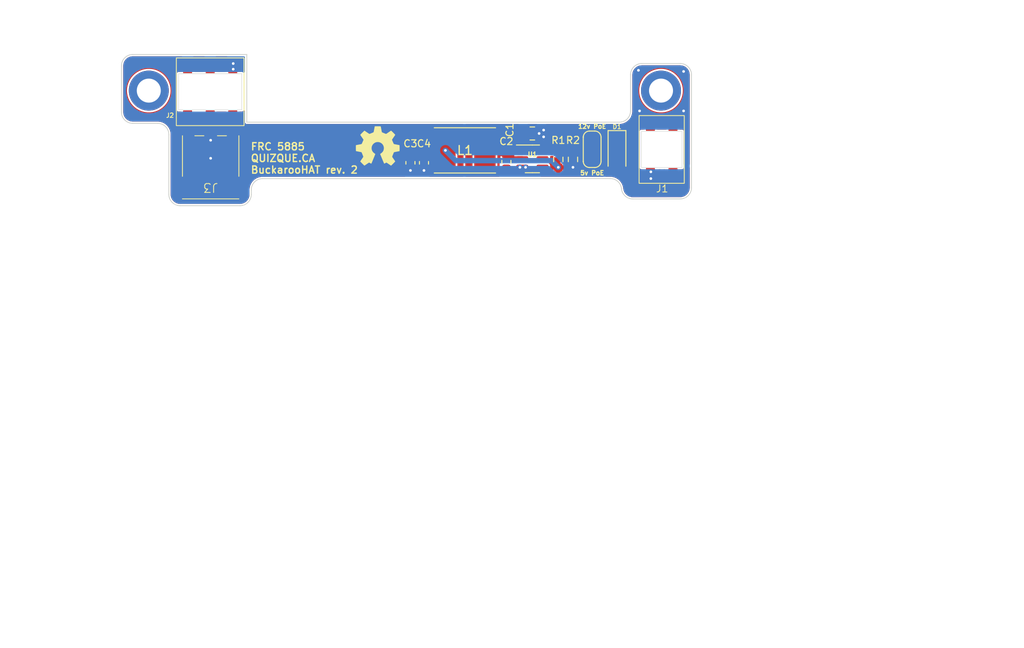
<source format=kicad_pcb>
(kicad_pcb (version 20221018) (generator pcbnew)
  (layers (0 "F.Cu" signal "Front") (31 "B.Cu" signal "Back") (34 "B.Paste" user) (35 "F.Paste" user) (36 "B.SilkS" user "B.Silkscreen") (37 "F.SilkS" user "F.Silkscreen") (38 "B.Mask" user) (39 "F.Mask" user) (44 "Edge.Cuts" user))
  (net 0 "")
  (net 1 "/+12v")
  (net 2 "GND")
  (net 3 "/sw_out")
  (net 4 "Net-(U1-BST)")
  (net 5 "+5V")
  (net 6 "VCC")
  (net 9 "+3.3V")
  (net 12 "/fb_in")
  (net 14 "/vsplit")
  (footprint "Capacitor_SMD:C_0603_1608Metric_Pad1.08x0.95mm_HandSolder" (layer "F.Cu") (at 132.588 82.423 -90)
    (fp_text reference "C4" (at -2.159 0 180) (layer "F.SilkS") (effects (font (size 0.8 0.8) (thickness 0.125))))
    (fp_text value "22u")
    (fp_line (start -0.146267 -0.51) (end 0.146267 -0.51) (stroke (width 0.12)) (layer "F.SilkS"))
    (fp_line (start -0.146267 0.51) (end 0.146267 0.51) (stroke (width 0.12)) (layer "F.SilkS"))
    (pad "1" smd roundrect (at -0.8625 0 270) (size 1.075 0.95) (layers "F.Cu" "F.Paste" "F.Mask") (net 5 "+5V"))
    (pad "2" smd roundrect (at 0.8625 0 270) (size 1.075 0.95) (layers "F.Cu" "F.Paste" "F.Mask") (net 2 "GND"))
  )
  (footprint "Capacitor_SMD:C_0805_2012Metric_Pad1.18x1.45mm_HandSolder" (layer "F.Cu") (at 144.78 79.121)
    (fp_text reference "C1" (at -2.54 -0.381 90) (layer "F.SilkS") (effects (font (size 0.8 0.8) (thickness 0.125))))
    (fp_text value "10u")
    (fp_line (start -0.261252 -0.735) (end 0.261252 -0.735) (stroke (width 0.12)) (layer "F.SilkS"))
    (fp_line (start -0.261252 0.735) (end 0.261252 0.735) (stroke (width 0.12)) (layer "F.SilkS"))
    (pad "1" smd roundrect (at -1.0375 0) (size 1.175 1.45) (layers "F.Cu" "F.Paste" "F.Mask") (roundrect_rratio 0.2127659574) (net 1 "/+12v"))
    (pad "2" smd roundrect (at 1.0375 0) (size 1.175 1.45) (layers "F.Cu" "F.Paste" "F.Mask") (roundrect_rratio 0.2127659574) (net 2 "GND"))
  )
  (footprint "MountingHole:MountingHole_2.7mm_M2.5_ISO7380_Pad_TopBottom" (layer "F.Cu") (at 159.258 74.295)
    (fp_text reference "H1" hide)
    (fp_text value "MountingHole")
    (pad "1" thru_hole circle (at 0 0) (size 3.1 3.1) (drill 2.7) (layers "*.Cu" "*.Mask"))
    (pad "1" connect circle (at 0 0) (size 4.5 4.5) (layers "F.Cu" "F.Mask"))
    (pad "1" connect circle (at 0 0) (size 4.5 4.5) (layers "B.Cu" "B.Mask"))
  )
  (footprint "Resistor_SMD:R_0603_1608Metric_Pad0.98x0.95mm_HandSolder" (layer "F.Cu") (at 147.701 82.042 90)
    (fp_text reference "R1" (at 2.159 0) (layer "F.SilkS") (effects (font (size 0.8 0.8) (thickness 0.125))))
    (fp_text value "52k3")
    (fp_line (start -0.254724 -0.5225) (end 0.254724 -0.5225) (stroke (width 0.12)) (layer "F.SilkS"))
    (fp_line (start -0.254724 0.5225) (end 0.254724 0.5225) (stroke (width 0.12)) (layer "F.SilkS"))
    (pad "1" smd roundrect (at -0.9125 0 90) (size 0.975 0.95) (layers "F.Cu" "F.Paste" "F.Mask") (net 5 "+5V"))
    (pad "2" smd roundrect (at 0.9125 0 90) (size 0.975 0.95) (layers "F.Cu" "F.Paste" "F.Mask") (net 12 "/fb_in"))
  )
  (footprint "BuckarooHAT:RS2BE-06-G-SMT" (layer "F.Cu") (at 108.5342 74.4268)
    (fp_text reference "J2" (at -4.5212 2.6622 unlocked) (layer "F.SilkS") (effects (font (size 0.5 0.5) (thickness 0.1))))
    (fp_text value "Raspberry Pi Power In")
    (fp_rect (start -3.81 -3.81) (end 3.81 3.81) (stroke (width 0.1)) (fill none) (layer "F.SilkS"))
    (fp_rect (start 3.556 -2.032) (end -3.556 2.032) (stroke (width 0.05)) (fill none) (layer "Edge.Cuts"))
    (pad "1" smd rect (at -2.54 2.875) (size 1 1.55) (layers "F.Cu" "F.Paste" "F.Mask") (net 9 "+3.3V"))
    (pad "2" smd rect (at -2.54 -2.875) (size 1 1.55) (layers "F.Cu" "F.Paste" "F.Mask") (net 5 "+5V"))
    (pad "3" smd rect (at 0 2.875) (size 1 1.55) (layers "F.Cu" "F.Paste" "F.Mask"))
    (pad "4" smd rect (at 0 -2.875) (size 1 1.55) (layers "F.Cu" "F.Paste" "F.Mask") (net 5 "+5V"))
    (pad "5" smd rect (at 2.54 2.875) (size 1 1.55) (layers "F.Cu" "F.Paste" "F.Mask"))
    (pad "6" smd rect (at 2.54 -2.875) (size 1 1.55) (layers "F.Cu" "F.Paste" "F.Mask") (net 2 "GND"))
  )
  (footprint "Package_TO_SOT_SMD:SOT-23-6" (layer "F.Cu") (at 144.7855 81.981)
    (fp_text reference "U1" (at 0 -0.508) (layer "F.SilkS") (effects (font (size 0.5 0.5) (thickness 0.125))))
    (fp_text value "AP62301WU")
    (fp_line (start 0 -1.56) (end -1.8 -1.56) (stroke (width 0.12)) (layer "F.SilkS"))
    (fp_line (start 0 -1.56) (end 0.8 -1.56) (stroke (width 0.12)) (layer "F.SilkS"))
    (fp_line (start 0 1.56) (end -0.8 1.56) (stroke (width 0.12)) (layer "F.SilkS"))
    (fp_line (start 0 1.56) (end 0.8 1.56) (stroke (width 0.12)) (layer "F.SilkS"))
    (pad "1" smd roundrect (at -1.1375 -0.95) (size 1.325 0.6) (layers "F.Cu" "F.Paste" "F.Mask") (net 1 "/+12v"))
    (pad "2" smd roundrect (at -1.1375 0) (size 1.325 0.6) (layers "F.Cu" "F.Paste" "F.Mask") (net 3 "/sw_out"))
    (pad "3" smd roundrect (at -1.1375 0.95) (size 1.325 0.6) (layers "F.Cu" "F.Paste" "F.Mask") (net 2 "GND"))
    (pad "4" smd roundrect (at 1.1375 0.95) (size 1.325 0.6) (layers "F.Cu" "F.Paste" "F.Mask") (net 4 "Net-(U1-BST)"))
    (pad "5" smd roundrect (at 1.1375 0) (size 1.325 0.6) (layers "F.Cu" "F.Paste" "F.Mask"))
    (pad "6" smd roundrect (at 1.1375 -0.95) (size 1.325 0.6) (layers "F.Cu" "F.Paste" "F.Mask") (net 12 "/fb_in"))
  )
  (footprint "Capacitor_SMD:C_0603_1608Metric_Pad1.08x0.95mm_HandSolder" (layer "F.Cu") (at 131.064 82.423 -90)
    (fp_text reference "C3" (at -2.159 0) (layer "F.SilkS") (effects (font (size 0.8 0.8) (thickness 0.125))))
    (fp_text value "22u")
    (fp_line (start -0.146267 -0.51) (end 0.146267 -0.51) (stroke (width 0.12)) (layer "F.SilkS"))
    (fp_line (start -0.146267 0.51) (end 0.146267 0.51) (stroke (width 0.12)) (layer "F.SilkS"))
    (pad "1" smd roundrect (at -0.8625 0 270) (size 1.075 0.95) (layers "F.Cu" "F.Paste" "F.Mask") (net 5 "+5V"))
    (pad "2" smd roundrect (at 0.8625 0 270) (size 1.075 0.95) (layers "F.Cu" "F.Paste" "F.Mask") (net 2 "GND"))
  )
  (footprint "Inductor_SMD:L_Taiyo-Yuden_NR-50xx_HandSoldering" (layer "F.Cu") (at 137.196 81.026 180)
    (fp_text reference "L1" (at 0 0) (layer "F.SilkS"))
    (fp_text value "3u3")
    (fp_line (start -3.45 -2.55) (end 3.45 -2.55) (stroke (width 0.12)) (layer "F.SilkS"))
    (fp_line (start -3.45 2.55) (end 3.45 2.55) (stroke (width 0.12)) (layer "F.SilkS"))
    (pad "1" smd rect (at -2.25 0 180) (size 2.4 4.2) (layers "F.Cu" "F.Paste" "F.Mask") (net 3 "/sw_out"))
    (pad "2" smd rect (at 2.25 0 180) (size 2.4 4.2) (layers "F.Cu" "F.Paste" "F.Mask") (net 5 "+5V"))
  )
  (footprint "Resistor_SMD:R_0603_1608Metric_Pad0.98x0.95mm_HandSolder" (layer "F.Cu") (at 149.352 82.042 -90)
    (fp_text reference "R2" (at -2.159 0) (layer "F.SilkS") (effects (font (size 0.8 0.8) (thickness 0.125))))
    (fp_text value "10k")
    (fp_line (start -0.254724 -0.5225) (end 0.254724 -0.5225) (stroke (width 0.12)) (layer "F.SilkS"))
    (fp_line (start -0.254724 0.5225) (end 0.254724 0.5225) (stroke (width 0.12)) (layer "F.SilkS"))
    (pad "1" smd roundrect (at -0.9125 0 270) (size 0.975 0.95) (layers "F.Cu" "F.Paste" "F.Mask") (net 12 "/fb_in"))
    (pad "2" smd roundrect (at 0.9125 0 270) (size 0.975 0.95) (layers "F.Cu" "F.Paste" "F.Mask") (net 2 "GND"))
  )
  (footprint "BuckarooHAT:GEC03SBSN-M89" (layer "F.Cu") (at 108.585 82.931 90)
    (fp_text reference "J3" (at -2.286 0 180 unlocked) (layer "F.SilkS") (effects (font (thickness 0.1))))
    (fp_text value "GEC03SBSN-M89")
    (fp_line (start -3.554 -3.175) (end -3.554 3.175) (stroke (width 0.1)) (layer "F.SilkS"))
    (fp_line (start 3.556 -3.175) (end -1.014 -3.175) (stroke (width 0.1)) (layer "F.SilkS"))
    (fp_line (start 3.556 -0.762) (end 3.556 -1.778) (stroke (width 0.1)) (layer "F.SilkS"))
    (fp_line (start 3.556 0.762) (end 3.556 1.778) (stroke (width 0.1)) (layer "F.SilkS"))
    (fp_line (start 3.556 3.175) (end -1.014 3.175) (stroke (width 0.1)) (layer "F.SilkS"))
    (pad "1" smd rect (at 2.032 -2.54 90) (size 3.6 1.2) (layers "F.Cu" "F.Paste" "F.Mask") (net 5 "+5V"))
    (pad "2" smd rect (at 2.032 0 90) (size 3.6 1.2) (layers "F.Cu" "F.Paste" "F.Mask") (net 2 "GND"))
    (pad "3" smd rect (at 2.032 2.54 90) (size 3.6 1.2) (layers "F.Cu" "F.Paste" "F.Mask") (net 9 "+3.3V"))
  )
  (footprint "LOGO" (layer "F.Cu") (at 127.381 80.518)
    (fp_text reference "G***" hide)
    (fp_text value "LOGO" hide)
    (fp_poly (pts (xy 0.090275 -2.208213) (xy 0.162164 -2.207827) (xy 0.219881 -2.207135) (xy 0.264671 -2.2061) (xy 0.297781 -2.204684) (xy 0.320456 -2.202846) (xy 0.333944 -2.200549) (xy 0.339375 -2.197917) (xy 0.342639 -2.187646) (xy 0.348494 -2.162808) (xy 0.356566 -2.125238) (xy 0.366482 -2.076769) (xy 0.377868 -2.019235) (xy 0.39035 -1.95447) (xy 0.403557 -1.884308) (xy 0.406709 -1.867318) (xy 0.420258 -1.795308) (xy 0.433244 -1.728574) (xy 0.445286 -1.668912) (xy 0.456002 -1.618122) (xy 0.465013 -1.577999) (xy 0.471936 -1.550344) (xy 0.47639 -1.536953) (xy 0.476932 -1.536163) (xy 0.48831 -1.529375) (xy 0.512794 -1.517674) (xy 0.547907 -1.502063) (xy 0.591171 -1.483542) (xy 0.640111 -1.463111) (xy 0.692249 -1.441772) (xy 0.745107 -1.420523) (xy 0.796209 -1.400367) (xy 0.843078 -1.382303) (xy 0.883237 -1.367333) (xy 0.914209 -1.356456) (xy 0.933517 -1.350674) (xy 0.937792 -1.35) (xy 0.952661 -1.355003) (xy 0.980216 -1.369784) (xy 1.0199 -1.394004) (xy 1.071154 -1.427322) (xy 1.131665 -1.468196) (xy 1.211804 -1.523087) (xy 1.279335 -1.569282) (xy 1.335385 -1.607524) (xy 1.381081 -1.638559) (xy 1.41755 -1.663129) (xy 1.44592 -1.681979) (xy 1.467316 -1.695853) (xy 1.482867 -1.705495) (xy 1.493699 -1.711649) (xy 1.50094 -1.715059) (xy 1.505716 -1.71647) (xy 1.508032 -1.716667) (xy 1.517036 -1.710914) (xy 1.536004 -1.694703) (xy 1.563366 -1.669609) (xy 1.597552 -1.637205) (xy 1.636992 -1.599065) (xy 1.680116 -1.556764) (xy 1.725355 -1.511875) (xy 1.771138 -1.465972) (xy 1.815896 -1.420629) (xy 1.858059 -1.37742) (xy 1.896056 -1.337919) (xy 1.928319 -1.303699) (xy 1.953277 -1.276335) (xy 1.96936 -1.2574) (xy 1.975 -1.2485) (xy 1.970429 -1.237789) (xy 1.957644 -1.215661) (xy 1.938036 -1.184319) (xy 1.912997 -1.145965) (xy 1.883918 -1.102802) (xy 1.872414 -1.086056) (xy 1.806776 -0.990788) (xy 1.7507 -0.908932) (xy 1.704079 -0.840326) (xy 1.666804 -0.784809) (xy 1.638768 -0.742219) (xy 1.619862 -0.712394) (xy 1.609978 -0.695173) (xy 1.608333 -0.69079) (xy 1.611489 -0.681267) (xy 1.620418 -0.658395) (xy 1.634313 -0.624139) (xy 1.652367 -0.580462) (xy 1.673771 -0.529329) (xy 1.697718 -0.472704) (xy 1.70625 -0.452659) (xy 1.736411 -0.382866) (xy 1.762916 -0.323488) (xy 1.785252 -0.275605) (xy 1.802904 -0.240297) (xy 1.815357 -0.218643) (xy 1.820833 -0.212103) (xy 1.832624 -0.208159) (xy 1.858885 -0.20169) (xy 1.897678 -0.193101) (xy 1.947065 -0.182796) (xy 2.005107 -0.171178) (xy 2.069867 -0.158652) (xy 2.139407 -0.145621) (xy 2.141666 -0.145205) (xy 2.211 -0.132268) (xy 2.27534 -0.119953) (xy 2.3328 -0.108643) (xy 2.381494 -0.098724) (xy 2.419534 -0.09058) (xy 2.445036 -0.084596) (xy 2.456112 -0.081156) (xy 2.45625 -0.081061) (xy 2.458946 -0.070887) (xy 2.461277 -0.046303) (xy 2.463242 -0.0095) (xy 2.464838 0.037331) (xy 2.466063 0.092001) (xy 2.466915 0.152317) (xy 2.467391 0.216089) (xy 2.46749 0.281126) (xy 2.46721 0.345238) (xy 2.466547 0.406233) (xy 2.4655 0.46192) (xy 2.464067 0.510109) (xy 2.462246 0.548609) (xy 2.460034 0.575229) (xy 2.45743 0.587778) (xy 2.456911 0.588378) (xy 2.446746 0.591228) (xy 2.422066 0.596707) (xy 2.38475 0.604439) (xy 2.336677 0.61405) (xy 2.279727 0.625164) (xy 2.215777 0.637405) (xy 2.146708 0.650398) (xy 2.142885 0.651111) (xy 2.073571 0.66426) (xy 2.009278 0.6769) (xy 1.951886 0.688629) (xy 1.903277 0.699043) (xy 1.865331 0.707738) (xy 1.839929 0.714311) (xy 1.828953 0.718358) (xy 1.828813 0.718491) (xy 1.823416 0.72863) (xy 1.812744 0.752326) (xy 1.797619 0.787625) (xy 1.778861 0.832571) (xy 1.757289 0.88521) (xy 1.733726 0.943585) (xy 1.721384 0.974486) (xy 1.693225 1.045682) (xy 1.670993 1.103007) (xy 1.654175 1.147961) (xy 1.642261 1.182045) (xy 1.634737 1.206761) (xy 1.631093 1.22361) (xy 1.630815 1.234092) (xy 1.63174 1.237331) (xy 1.638766 1.249289) (xy 1.653779 1.272571) (xy 1.675218 1.304835) (xy 1.701527 1.343743) (xy 1.731145 1.386953) (xy 1.738612 1.39776) (xy 1.773996 1.448911) (xy 1.811453 1.503088) (xy 1.848012 1.555991) (xy 1.880702 1.603322) (xy 1.904166 1.637323) (xy 1.928348 1.673525) (xy 1.948615 1.706044) (xy 1.963215 1.731896) (xy 1.97039 1.748097) (xy 1.970833 1.75066) (xy 1.965137 1.759733) (xy 1.949084 1.77887) (xy 1.924226 1.806492) (xy 1.892118 1.84102) (xy 1.854312 1.880875) (xy 1.81236 1.924478) (xy 1.767817 1.970249) (xy 1.722234 2.016609) (xy 1.677165 2.06198) (xy 1.634163 2.104782) (xy 1.59478 2.143435) (xy 1.56057 2.176362) (xy 1.533086 2.201983) (xy 1.513881 2.218718) (xy 1.504507 2.224989) (xy 1.50435 2.225) (xy 1.494717 2.220467) (xy 1.473904 2.207913) (xy 1.444361 2.188906) (xy 1.408538 2.165015) (xy 1.378777 2.144662) (xy 1.292513 2.085168) (xy 1.218959 2.034691) (xy 1.157207 1.992633) (xy 1.106351 1.958399) (xy 1.065484 1.931393) (xy 1.033699 1.91102) (xy 1.01009 1.896683) (xy 0.99375 1.887787) (xy 0.983773 1.883735) (xy 0.981145 1.883333) (xy 0.968324 1.887179) (xy 0.944043 1.89775) (xy 0.911364 1.913598) (xy 0.87335 1.933276) (xy 0.857756 1.941667) (xy 0.818582 1.962429) (xy 0.783645 1.979933) (xy 0.75598 1.992733) (xy 0.73862 1.999385) (xy 0.735282 2) (xy 0.731144 1.997417) (xy 0.725029 1.989039) (xy 0.716518 1.973921) (xy 0.705194 1.951116) (xy 0.690638 1.91968) (xy 0.672431 1.878668) (xy 0.650156 1.827133) (xy 0.623395 1.76413) (xy 0.591729 1.688715) (xy 0.554739 1.599941) (xy 0.512009 1.496863) (xy 0.502104 1.472917) (xy 0.465307 1.38391) (xy 0.430313 1.299226) (xy 0.397653 1.220156) (xy 0.36786 1.14799) (xy 0.341467 1.084019) (xy 0.319005 1.029532) (xy 0.301006 0.985821) (xy 0.288004 0.954175) (xy 0.280529 0.935885) (xy 0.278933 0.931894) (xy 0.277241 0.924988) (xy 0.278868 0.917914) (xy 0.285582 0.909016) (xy 0.299151 0.896638) (xy 0.321344 0.879124) (xy 0.353927 0.85482) (xy 0.3875 0.830224) (xy 0.470685 0.762934) (xy 0.538706 0.693097) (xy 0.593052 0.618783) (xy 0.635213 0.538062) (xy 0.656688 0.481553) (xy 0.683912 0.374468) (xy 0.694674 0.268062) (xy 0.689146 0.163313) (xy 0.667501 0.0612) (xy 0.629912 -0.037299) (xy 0.576551 -0.131206) (xy 0.53953 -0.181818) (xy 0.478032 -0.247224) (xy 0.40384 -0.306126) (xy 0.320362 -0.356316) (xy 0.231007 -0.395591) (xy 0.186931 -0.409947) (xy 0.129054 -0.422021) (xy 0.061149 -0.428843) (xy -0.01113 -0.430406) (xy -0.082129 -0.426705) (xy -0.146194 -0.417736) (xy -0.17743 -0.410267) (xy -0.27736 -0.373044) (xy -0.369577 -0.321893) (xy -0.452699 -0.258127) (xy -0.525349 -0.183061) (xy -0.586145 -0.098009) (xy -0.633708 -0.004284) (xy -0.65031 0.040025) (xy -0.662282 0.077717) (xy -0.670464 0.110048) (xy -0.675762 0.142549) (xy -0.679083 0.180752) (xy -0.681297 0.229167) (xy -0.682551 0.279731) (xy -0.681907 0.319074) (xy -0.678959 0.352575) (xy -0.673304 0.385612) (xy -0.667636 0.410844) (xy -0.636585 0.511091) (xy -0.593184 0.601988) (xy -0.536563 0.684736) (xy -0.465849 0.760535) (xy -0.38017 0.830588) (xy -0.34543 0.854675) (xy -0.314987 0.8757) (xy -0.29003 0.894382) (xy -0.273736 0.908257) (xy -0.269197 0.913761) (xy -0.271603 0.923213) (xy -0.280025 0.946972) (xy -0.294035 0.983976) (xy -0.313201 1.033162) (xy -0.337094 1.093469) (xy -0.365283 1.163835) (xy -0.397338 1.243197) (xy -0.43283 1.330492) (xy -0.471328 1.42466) (xy -0.512402 1.524638) (xy -0.555621 1.629363) (xy -0.600556 1.737773) (xy -0.646777 1.848807) (xy -0.681226 1.93125) (xy -0.697294 1.96709) (xy -0.709947 1.988963) (xy -0.72048 1.998887) (xy -0.72526 2) (xy -0.737748 1.996189) (xy -0.761777 1.985708) (xy -0.794323 1.969985) (xy -0.832357 1.950449) (xy -0.848839 1.941667) (xy -0.888255 1.920979) (xy -0.923427 1.903519) (xy -0.951327 1.890716) (xy -0.968929 1.883997) (xy -0.972465 1.883333) (xy -0.982663 1.887904) (xy -1.004914 1.900911) (xy -1.037572 1.921294) (xy -1.078995 1.947993) (xy -1.127536 1.97995) (xy -1.181552 2.016103) (xy -1.237602 2.054167) (xy -1.295055 2.093299) (xy -1.348309 2.129277) (xy -1.395773 2.161048) (xy -1.435854 2.187558) (xy -1.466961 2.207756) (xy -1.487503 2.220587) (xy -1.495856 2.225) (xy -1.503418 2.219293) (xy -1.521401 2.203018) (xy -1.548492 2.177442) (xy -1.58338 2.143832) (xy -1.62475 2.103455) (xy -1.671291 2.057579) (xy -1.721689 2.007471) (xy -1.735473 1.993695) (xy -1.786466 1.942461) (xy -1.833563 1.894726) (xy -1.875497 1.851805) (xy -1.911001 1.815014) (xy -1.938807 1.785668) (xy -1.957649 1.765082) (xy -1.96626 1.754572) (xy -1.966667 1.753645) (xy -1.962195 1.743715) (xy -1.950018 1.723138) (xy -1.931996 1.694921) (xy -1.909987 1.662065) (xy -1.909966 1.662033) (xy -1.887952 1.629882) (xy -1.858878 1.58745) (xy -1.825115 1.538196) (xy -1.789035 1.485579) (xy -1.753009 1.43306) (xy -1.742982 1.418446) (xy -1.711116 1.371726) (xy -1.682069 1.328611) (xy -1.657307 1.291319) (xy -1.638298 1.26207) (xy -1.626506 1.243083) (xy -1.623629 1.237818) (xy -1.621767 1.230454) (xy -1.622222 1.219711) (xy -1.62555 1.203933) (xy -1.632301 1.181463) (xy -1.643031 1.150646) (xy -1.658292 1.109825) (xy -1.678637 1.057343) (xy -1.704619 0.991545) (xy -1.712569 0.971544) (xy -1.73689 0.910967) (xy -1.759696 0.855228) (xy -1.780161 0.806263) (xy -1.79746 0.766006) (xy -1.810767 0.736394) (xy -1.819256 0.719362) (xy -1.821492 0.71612) (xy -1.831926 0.712585) (xy -1.856876 0.706473) (xy -1.894456 0.698175) (xy -1.942784 0.688085) (xy -1.999974 0.676595) (xy -2.064142 0.664099) (xy -2.133404 0.650989) (xy -2.138174 0.650099) (xy -2.222955 0.63404) (xy -2.295626 0.619725) (xy -2.35538 0.607329) (xy -2.401409 0.597028) (xy -2.432907 0.588998) (xy -2.449067 0.583415) (xy -2.45101 0.581984) (xy -2.452586 0.571409) (xy -2.454045 0.546044) (xy -2.455349 0.507765) (xy -2.456456 0.45845) (xy -2.457326 0.399975) (xy -2.457918 0.334216) (xy -2.458193 0.26305) (xy -2.458206 0.24821) (xy -2.458195 0.166096) (xy -2.458042 0.099077) (xy -2.457681 0.045583) (xy -2.457041 0.004042) (xy -2.456055 -0.027117) (xy -2.454653 -0.049465) (xy -2.452766 -0.064574) (xy -2.450326 -0.074013) (xy -2.447265 -0.079356) (xy -2.44375 -0.082049) (xy -2.432452 -0.085258) (xy -2.406672 -0.09105) (xy -2.368331 -0.099041) (xy -2.319348 -0.108846) (xy -2.261643 -0.120082) (xy -2.197136 -0.132364) (xy -2.127747 -0.145309) (xy -2.125 -0.145816) (xy -2.034071 -0.162854) (xy -1.959116 -0.177471) (xy -1.899636 -0.189777) (xy -1.855134 -0.199881) (xy -1.825109 -0.207893) (xy -1.809063 -0.21392) (xy -1.806683 -0.215557) (xy -1.799956 -0.226415) (xy -1.787897 -0.250259) (xy -1.771544 -0.284711) (xy -1.751934 -0.327393) (xy -1.730106 -0.375929) (xy -1.707096 -0.427942) (xy -1.683942 -0.481055) (xy -1.661682 -0.53289) (xy -1.641352 -0.58107) (xy -1.623991 -0.623218) (xy -1.610636 -0.656958) (xy -1.602325 -0.679912) (xy -1.6 -0.689097) (xy -1.600496 -0.693249) (xy -1.602502 -0.699029) (xy -1.606792 -0.707615) (xy -1.614143 -0.720184) (xy -1.625332 -0.737913) (xy -1.641134 -0.761981) (xy -1.662325 -0.793565) (xy -1.68968 -0.833842) (xy -1.723977 -0.88399) (xy -1.765991 -0.945187) (xy -1.816498 -1.018611) (xy -1.831257 -1.040054) (xy -1.865314 -1.089732) (xy -1.896325 -1.135354) (xy -1.923 -1.174995) (xy -1.944053 -1.206729) (xy -1.958196 -1.228628) (xy -1.96414 -1.238768) (xy -1.964149 -1.238791) (xy -1.960915 -1.247051) (xy -1.947907 -1.264209) (xy -1.924719 -1.290701) (xy -1.890945 -1.326967) (xy -1.846181 -1.373442) (xy -1.79002 -1.430564) (xy -1.73668 -1.484155) (xy -1.685234 -1.535342) (xy -1.637164 -1.582628) (xy -1.593799 -1.624747) (xy -1.556466 -1.660432) (xy -1.526494 -1.688416) (xy -1.505214 -1.707433) (xy -1.493952 -1.716214) (xy -1.492781 -1.716667) (xy -1.480758 -1.712095) (xy -1.459658 -1.700029) (xy -1.433758 -1.682946) (xy -1.430225 -1.680459) (xy -1.353876 -1.626696) (xy -1.279855 -1.575297) (xy -1.209448 -1.527106) (xy -1.143938 -1.482965) (xy -1.084612 -1.443719) (xy -1.032752 -1.41021) (xy -0.989644 -1.383281) (xy -0.956572 -1.363776) (xy -0.934821 -1.352538) (xy -0.926854 -1.350038) (xy -0.912313 -1.353224) (xy -0.885248 -1.362077) (xy -0.848129 -1.375579) (xy -0.803425 -1.392708) (xy -0.753606 -1.412445) (xy -0.70114 -1.433772) (xy -0.648497 -1.455666) (xy -0.598146 -1.47711) (xy -0.552556 -1.497083) (xy -0.514196 -1.514566) (xy -0.485536 -1.528539) (xy -0.469044 -1.537981) (xy -0.466485 -1.540165) (xy -0.461555 -1.552581) (xy -0.454166 -1.58035) (xy -0.444553 -1.622377) (xy -0.432949 -1.677566) (xy -0.41959 -1.744825) (xy -0.404709 -1.823056) (xy -0.397283 -1.863159) (xy -0.384285 -1.933315) (xy -0.37193 -1.998849) (xy -0.360603 -2.057819) (xy -0.350683 -2.108285) (xy -0.342553 -2.148305) (xy -0.336595 -2.175939) (xy -0.333191 -2.189245) (xy -0.333061 -2.189583) (xy -0.325358 -2.208333) (xy 0.002967 -2.208333)) (fill solid) (layer "F.SilkS"))
  )
  (footprint "Capacitor_SMD:C_0603_1608Metric_Pad1.08x0.95mm_HandSolder" (layer "F.Cu") (at 141.859 82.296 -90)
    (fp_text reference "C2" (at -2.286 0 180) (layer "F.SilkS") (effects (font (size 0.8 0.8) (thickness 0.125))))
    (fp_text value "100n")
    (fp_line (start -0.146267 -0.51) (end 0.146267 -0.51) (stroke (width 0.12)) (layer "F.SilkS"))
    (fp_line (start -0.146267 0.51) (end 0.146267 0.51) (stroke (width 0.12)) (layer "F.SilkS"))
    (pad "1" smd roundrect (at -0.8625 0 270) (size 1.075 0.95) (layers "F.Cu" "F.Paste" "F.Mask") (net 3 "/sw_out"))
    (pad "2" smd roundrect (at 0.8625 0 270) (size 1.075 0.95) (layers "F.Cu" "F.Paste" "F.Mask") (net 4 "Net-(U1-BST)"))
  )
  (footprint "MountingHole:MountingHole_2.7mm_M2.5_ISO7380_Pad_TopBottom" (layer "F.Cu") (at 101.6254 74.295)
    (fp_text reference "H2" hide)
    (fp_text value "MountingHole")
    (pad "1" thru_hole circle (at 0 0) (size 3.1 3.1) (drill 2.7) (layers "*.Cu" "*.Mask"))
    (pad "1" connect circle (at 0 0) (size 4.5 4.5) (layers "F.Cu" "F.Mask"))
    (pad "1" connect circle (at 0 0) (size 4.5 4.5) (layers "B.Cu" "B.Mask"))
  )
  (footprint "BuckarooHAT:SMD34HE1-TP" (layer "F.Cu") (at 154.185 81.026 -90)
    (fp_text reference "D1" (at -2.667 -0.12 unlocked) (layer "F.SilkS") (effects (font (size 0.5 0.5) (thickness 0.1))))
    (fp_text value "SMD34HE1-TP")
    (fp_line (start -2.23 -1.12) (end -2.23 0.88) (stroke (width 0.12)) (layer "F.SilkS"))
    (fp_line (start -2.23 -1.12) (end 1.78 -1.12) (stroke (width 0.12)) (layer "F.SilkS"))
    (fp_line (start -2.23 0.88) (end 1.78 0.88) (stroke (width 0.12)) (layer "F.SilkS"))
    (pad "1" smd rect (at -0.635 -0.12 270) (size 2.54 1.88) (layers "F.Cu" "F.Paste" "F.Mask") (net 14 "/vsplit"))
    (pad "2" smd rect (at 1.715 -0.12 270) (size 0.96 1.35) (layers "F.Cu" "F.Paste" "F.Mask") (net 6 "VCC"))
  )
  (footprint "BuckarooHAT:RS2BE-04-G-SMT" (layer "F.Cu") (at 159.335001 80.917899)
    (fp_text reference "J1" (at 0.049999 4.426101 unlocked) (layer "F.SilkS") (effects (font (size 0.8 0.8) (thickness 0.1))))
    (fp_text value "+12V PoE In")
    (fp_rect (start -2.54 -3.81) (end 2.54 3.81) (stroke (width 0.1)) (fill none) (layer "F.SilkS"))
    (fp_rect (start -2.286 -2.032) (end 2.286 2.032) (stroke (width 0.05)) (fill none) (layer "Edge.Cuts"))
    (pad "1" smd rect (at -1.27 2.875) (size 1 1.55) (layers "F.Cu" "F.Paste" "F.Mask") (net 2 "GND"))
    (pad "2" smd rect (at -1.27 -2.875) (size 1 1.55) (layers "F.Cu" "F.Paste" "F.Mask"))
    (pad "3" smd rect (at 1.27 2.875) (size 1 1.55) (layers "F.Cu" "F.Paste" "F.Mask") (net 6 "VCC"))
    (pad "4" smd rect (at 1.27 -2.875) (size 1 1.55) (layers "F.Cu" "F.Paste" "F.Mask"))
  )
  (footprint "Jumper:SolderJumper-3_P1.3mm_Open_RoundedPad1.0x1.5mm_NumberLabels" (layer "F.Cu") (at 151.511 80.899 90)
    (fp_text reference "JP1" hide)
    (fp_text value "+12v Enable")
    (fp_text user "12v PoE" (at 2.57 0) (layer "F.SilkS") (effects (font (size 0.5 0.5) (thickness 0.125))))
    (fp_text user "5v PoE" (at -2.667 0) (layer "F.SilkS") (effects (font (size 0.5 0.5) (thickness 0.125))))
    (fp_line (start -2.05 0.3) (end -2.05 -0.3) (stroke (width 0.12)) (layer "F.SilkS"))
    (fp_line (start -1.4 -1) (end 1.4 -1) (stroke (width 0.12)) (layer "F.SilkS"))
    (fp_line (start 1.4 1) (end -1.4 1) (stroke (width 0.12)) (layer "F.SilkS"))
    (fp_line (start 2.05 -0.3) (end 2.05 0.3) (stroke (width 0.12)) (layer "F.SilkS"))
    (fp_arc (start -2.05 -0.3) (mid -1.844975 -0.794975) (end -1.35 -1) (stroke (width 0.12)) (layer "F.SilkS"))
    (fp_arc (start -1.35 1) (mid -1.844975 0.794975) (end -2.05 0.3) (stroke (width 0.12)) (layer "F.SilkS"))
    (fp_arc (start 1.35 -1) (mid 1.844975 -0.794975) (end 2.05 -0.3) (stroke (width 0.12)) (layer "F.SilkS"))
    (fp_arc (start 2.05 0.3) (mid 1.844975 0.794975) (end 1.35 1) (stroke (width 0.12)) (layer "F.SilkS"))
    (pad "1" smd custom (at -1.3 0 90) (size 1 0.5) (layers "F.Cu" "F.Mask") (net 5 "+5V") (options (clearance outline) (anchor rect)) (primitives (gr_circle (center 0 0.25) (end 0.5 0.25) (width 0) (fill yes)) (gr_circle (center 0 -0.25) (end 0.5 -0.25) (width 0) (fill yes)) (gr_poly (pts (xy 0.55 0.75) (xy 0 0.75) (xy 0 -0.75) (xy 0.55 -0.75)) (width 0) (fill yes))))
    (pad "2" smd rect (at 0 0 90) (size 1 1.5) (layers "F.Cu" "F.Mask") (net 14 "/vsplit"))
    (pad "3" smd custom (at 1.3 0 90) (size 1 0.5) (layers "F.Cu" "F.Mask") (net 1 "/+12v") (options (clearance outline) (anchor rect)) (primitives (gr_circle (center 0 0.25) (end 0.5 0.25) (width 0) (fill yes)) (gr_circle (center 0 -0.25) (end 0.5 -0.25) (width 0) (fill yes)) (gr_poly (pts (xy 0 0.75) (xy -0.55 0.75) (xy -0.55 -0.75) (xy 0 -0.75)) (width 0) (fill yes))))
  )
  (gr_arc (start 102.616 77.978) (mid 103.514026 78.349974) (end 103.886 79.248) (stroke (width 0.1)) (layer "Edge.Cuts"))
  (gr_arc (start 113.157 85.979) (mid 112.785026 86.877026) (end 111.887 87.249) (stroke (width 0.1)) (layer "Edge.Cuts"))
  (gr_line (start 155.829 76.581) (end 155.829 72.517) (stroke (width 0.1)) (layer "Edge.Cuts"))
  (gr_arc (start 155.829 72.517) (mid 156.200974 71.618974) (end 157.099 71.247) (stroke (width 0.1)) (layer "Edge.Cuts"))
  (gr_line (start 113.157 85.471) (end 113.157 85.979) (stroke (width 0.1)) (layer "Edge.Cuts"))
  (gr_arc (start 99.822 77.978) (mid 98.923974 77.606026) (end 98.552 76.708) (stroke (width 0.1)) (layer "Edge.Cuts"))
  (gr_line (start 112.649 70.231) (end 112.649 77.851) (stroke (width 0.1)) (layer "Edge.Cuts"))
  (gr_arc (start 155.829 76.581) (mid 155.457026 77.479026) (end 154.559 77.851) (stroke (width 0.1)) (layer "Edge.Cuts"))
  (gr_arc (start 162.687 85.217) (mid 162.315026 86.115026) (end 161.417 86.487) (stroke (width 0.1)) (layer "Edge.Cuts"))
  (gr_line (start 103.886 85.979) (end 103.886 79.248) (stroke (width 0.1)) (layer "Edge.Cuts"))
  (gr_line (start 98.552 71.501) (end 98.552 76.708) (stroke (width 0.1)) (layer "Edge.Cuts"))
  (gr_line (start 162.687 72.517) (end 162.687 85.217) (stroke (width 0.1)) (layer "Edge.Cuts"))
  (gr_arc (start 161.417 71.247) (mid 162.315026 71.618974) (end 162.687 72.517) (stroke (width 0.1)) (layer "Edge.Cuts"))
  (gr_arc (start 113.157 85.471) (mid 113.528974 84.572974) (end 114.427 84.201) (stroke (width 0.1)) (layer "Edge.Cuts"))
  (gr_line (start 111.887 87.249) (end 105.156 87.249) (stroke (width 0.1)) (layer "Edge.Cuts"))
  (gr_line (start 161.417 86.487) (end 156.083 86.493334) (stroke (width 0.1)) (layer "Edge.Cuts"))
  (gr_line (start 112.649 77.851) (end 154.559 77.851) (stroke (width 0.1)) (layer "Edge.Cuts"))
  (gr_arc (start 153.543 84.194666) (mid 154.399427 84.524659) (end 154.813 85.344) (stroke (width 0.1)) (layer "Edge.Cuts"))
  (gr_arc (start 156.083 86.493334) (mid 155.226573 86.163341) (end 154.813 85.344) (stroke (width 0.1)) (layer "Edge.Cuts"))
  (gr_arc (start 105.156 87.249) (mid 104.257974 86.877026) (end 103.886 85.979) (stroke (width 0.1)) (layer "Edge.Cuts"))
  (gr_arc (start 98.552 71.501) (mid 98.923974 70.602974) (end 99.822 70.231) (stroke (width 0.1)) (layer "Edge.Cuts"))
  (gr_line (start 99.822 70.231) (end 112.649 70.231) (stroke (width 0.1)) (layer "Edge.Cuts"))
  (gr_line (start 102.616 77.978) (end 99.822 77.978) (stroke (width 0.1)) (layer "Edge.Cuts"))
  (gr_line (start 153.543 84.194666) (end 114.427 84.201) (stroke (width 0.1)) (layer "Edge.Cuts"))
  (gr_line (start 157.099 71.247) (end 161.417 71.247) (stroke (width 0.1)) (layer "Edge.Cuts"))
  (gr_text "FRC 5885\nQUIZQUE.CA\nBuckarooHAT rev. 2" (at 113.03 83.693) (layer "F.SilkS") (effects (font (size 0.8128 0.8128) (thickness 0.1524) bold) (justify left bottom)))
  (segment (start 131.064 83.2855) (end 132.588 83.2855) (width 0.6) (layer "F.Cu") (net 2))
  (via (at 161.798 72.136) (size 0.6) (drill 0.3) (layers "F.Cu" "B.Cu") (net 2))
  (via (at 108.585 81.915) (size 0.6) (drill 0.3) (layers "F.Cu" "B.Cu") (net 2))
  (via (at 108.585 79.883) (size 0.6) (drill 0.3) (layers "F.Cu" "B.Cu") (net 2))
  (via (at 158.115 83.439) (size 0.6) (drill 0.3) (layers "F.Cu" "B.Cu") (net 2))
  (via (at 145.542 79.121) (size 0.6) (drill 0.3) (layers "F.Cu" "B.Cu") (net 2))
  (via (at 144.018 82.931) (size 0.6) (drill 0.3) (layers "F.Cu" "B.Cu") (net 2))
  (via (at 132.588 83.2855) (size 0.6) (drill 0.3) (layers "F.Cu" "B.Cu") (net 2))
  (via (at 111.125 71.247) (size 0.6) (drill 0.3) (layers "F.Cu" "B.Cu") (net 2))
  (via (at 156.845 76.581) (size 0.6) (drill 0.3) (layers "F.Cu" "B.Cu") (net 2))
  (via (at 146.05 78.74) (size 0.6) (drill 0.3) (layers "F.Cu" "B.Cu") (net 2))
  (via (at 143.383 82.931) (size 0.6) (drill 0.3) (layers "F.Cu" "B.Cu") (net 2))
  (via (at 131.064 83.2855) (size 0.6) (drill 0.3) (layers "F.Cu" "B.Cu") (net 2))
  (via (at 158.115 84.201) (size 0.6) (drill 0.3) (layers "F.Cu" "B.Cu") (net 2))
  (via (at 156.718 72.009) (size 0.6) (drill 0.3) (layers "F.Cu" "B.Cu") (net 2))
  (via (at 161.798 76.581) (size 0.6) (drill 0.3) (layers "F.Cu" "B.Cu") (net 2))
  (via (at 111.125 71.882) (size 0.6) (drill 0.3) (layers "F.Cu" "B.Cu") (net 2))
  (via (at 149.352 82.931) (size 0.6) (drill 0.3) (layers "F.Cu" "B.Cu") (net 2))
  (via (at 146.05 79.502) (size 0.6) (drill 0.3) (layers "F.Cu" "B.Cu") (net 2))
  (segment (start 142.4065 81.981) (end 141.859 81.4335) (width 0.6) (layer "F.Cu") (net 3))
  (segment (start 143.648 81.981) (end 142.4065 81.981) (width 0.6) (layer "F.Cu") (net 3))
  (segment (start 142.3339 83.6334) (end 145.2206 83.6334) (width 0.5) (layer "F.Cu") (net 4))
  (segment (start 145.2206 83.6334) (end 145.923 82.931) (width 0.5) (layer "F.Cu") (net 4))
  (segment (start 141.859 83.1585) (end 142.3339 83.6334) (width 0.5) (layer "F.Cu") (net 4))
  (segment (start 130.556 81.5605) (end 132.08 81.5605) (width 0.6) (layer "F.Cu") (net 5))
  (segment (start 147.701 82.9545) (end 147.701 82.931) (width 0.6) (layer "F.Cu") (net 5))
  (via (at 135.001 81.026) (size 0.6) (drill 0.3) (layers "F.Cu" "B.Cu") (net 5))
  (via (at 147.701 82.931) (size 0.6) (drill 0.3) (layers "F.Cu" "B.Cu") (net 5))
  (segment (start 146.9486 82.1786) (end 136.1536 82.1786) (width 0.6) (layer "B.Cu") (net 5))
  (segment (start 147.701 82.931) (end 146.9486 82.1786) (width 0.6) (layer "B.Cu") (net 5))
  (segment (start 136.1536 82.1786) (end 135.001 81.026) (width 0.6) (layer "B.Cu") (net 5))
  (segment (start 111.125 80.264) (end 109.3902 78.5292) (width 0.6) (layer "F.Cu") (net 9))
  (segment (start 109.3902 78.5292) (end 107.2216 78.5292) (width 0.6) (layer "F.Cu") (net 9))
  (segment (start 111.125 80.899) (end 111.125 80.264) (width 0.6) (layer "F.Cu") (net 9))
  (segment (start 107.2216 78.5292) (end 105.9942 77.3018) (width 0.6) (layer "F.Cu") (net 9))
  (segment (start 145.923 81.031) (end 147.6025 81.031) (width 0.4) (layer "F.Cu") (net 12))
  (segment (start 147.6025 81.031) (end 147.701 81.1295) (width 0.4) (layer "F.Cu") (net 12))
  (segment (start 149.352 81.1295) (end 147.701 81.1295) (width 0.5) (layer "F.Cu") (net 12))
  (segment (start 153.797 80.899) (end 154.305 80.391) (width 0.8) (layer "F.Cu") (net 14))
  (segment (start 151.511 80.899) (end 153.797 80.899) (width 0.8) (layer "F.Cu") (net 14))
  (zone (net 5) (net_name "+5V") (layer "F.Cu") (priority 6) (connect_pads (clearance 0.2)) (min_thickness 0.2) (fill yes (thermal_gap 0.2) (thermal_bridge_width 0.5))
    (polygon (pts (xy 137.033 88.773) (xy 97.917 88.773) (xy 97.917 69.723) (xy 137.033 69.723)))
  )
  (zone (net 2) (net_name "GND") (layer "F.Cu") (priority 2) (connect_pads (clearance 0.2)) (min_thickness 0.2) (fill yes (thermal_gap 0.35) (thermal_bridge_width 0.5))
    (polygon (pts (xy 155.829 78.867) (xy 155.829 83.439) (xy 156.591 85.471) (xy 159.2834 85.471) (xy 159.2834 82.677) (xy 162.941 82.677) (xy 162.941 70.993) (xy 155.829 70.993) (xy 155.829 76.835)))
  )
  (zone (net 3) (net_name "/sw_out") (layer "F.Cu") (priority 4) (connect_pads (clearance 0.2)) (min_thickness 0.2) (fill yes (thermal_gap 0.2) (thermal_bridge_width 0.5))
    (polygon (pts (xy 142.748 81.534) (xy 142.748 77.724) (xy 137.033 77.724) (xy 137.033 84.328) (xy 141.097 84.328) (xy 141.097 82.423) (xy 142.748 82.423)))
  )
  (zone (net 5) (net_name "+5V") (layer "F.Cu") (priority 7) (connect_pads (clearance 0.2)) (min_thickness 0.2) (fill yes (thermal_gap 0.2) (thermal_bridge_width 0.5))
    (polygon (pts (xy 152.4 81.534) (xy 152.781 81.915) (xy 152.781 86.995) (xy 145.542 86.868) (xy 145.796 81.661)))
  )
  (zone (net 6) (net_name "VCC") (layer "F.Cu") (priority 1) (connect_pads (clearance 0.2)) (min_thickness 0.2) (fill yes (thermal_gap 0.35) (thermal_bridge_width 0.5))
    (polygon (pts (xy 159.2834 82.677) (xy 159.2834 85.471) (xy 156.591 85.471) (xy 155.829 83.439) (xy 155.829 81.915) (xy 152.781 81.915) (xy 152.781 86.995) (xy 162.941 86.995) (xy 162.941 82.677)))
  )
  (zone (net 14) (net_name "/vsplit") (layer "F.Cu") (priority 3) (connect_pads (clearance 0.2)) (min_thickness 0.165) (fill yes (thermal_gap 0.2) (thermal_bridge_width 1))
    (polygon (pts (xy 152.4 80.264) (xy 152.4 81.534) (xy 152.781 81.915) (xy 155.829 81.915) (xy 155.829 76.2) (xy 152.4 77.597)))
  )
  (zone (net 1) (net_name "/+12v") (layer "F.Cu") (priority 5) (connect_pads (clearance 0.2)) (min_thickness 0.2) (fill yes (thermal_gap 0.2) (thermal_bridge_width 0.5))
    (polygon (pts (xy 142.748 81.534) (xy 144.78 81.534) (xy 144.78 80.518) (xy 146.812 80.518) (xy 146.939 80.264) (xy 152.4 80.264) (xy 152.4 78.994) (xy 152.4 77.597) (xy 142.748 77.47)))
  )
  (zone (net 2) (net_name "GND") (layer "B.Cu") (connect_pads (clearance 0.3)) (min_thickness 0.25) (fill yes (thermal_gap 0.5) (thermal_bridge_width 0.5))
    (polygon (pts (xy 97.917 69.723) (xy 97.917 88.773) (xy 163.957 88.773) (xy 163.957 69.723)))
  )
)
</source>
